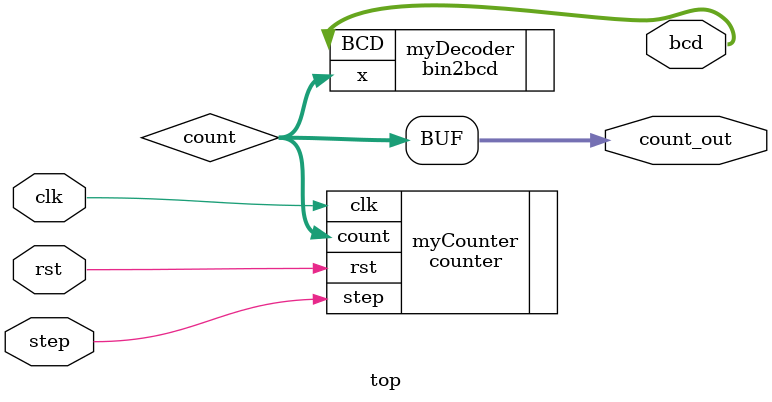
<source format=sv>
module top #(
  parameter WIDTH = 8
)(
  // interface signals
  input  logic             clk,      // clock
  input  logic             rst,      // reset
  input  logic             step,     // step
  output logic [11:0]      bcd,      // count output
  output logic [WIDTH-1:0] count_out
);

  logic  [WIDTH-1:0]       count;    // interconnect wire

counter myCounter (
  .clk (clk),
  .rst (rst),
  .step (step),
  .count (count)
);

assign count_out = count;

bin2bcd myDecoder (
  .x (count),
  .BCD (bcd)
);

endmodule

</source>
